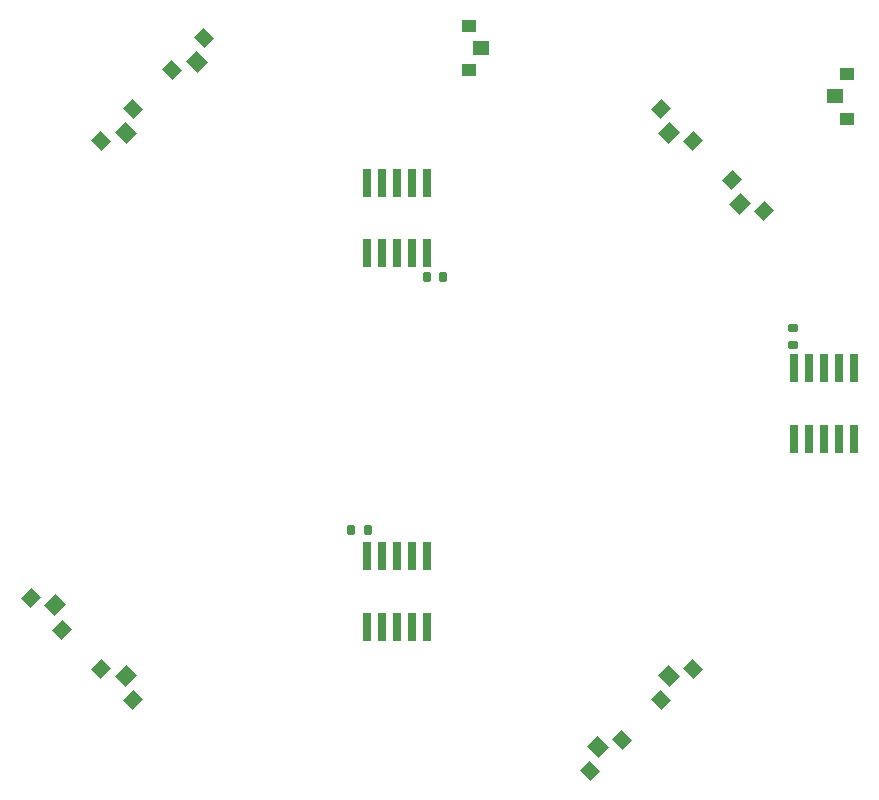
<source format=gbr>
%TF.GenerationSoftware,KiCad,Pcbnew,(6.0.2)*%
%TF.CreationDate,2022-09-07T19:19:14-04:00*%
%TF.ProjectId,plusz-end-card-with-turnstile-mezzanine,706c7573-7a2d-4656-9e64-2d636172642d,rev?*%
%TF.SameCoordinates,Original*%
%TF.FileFunction,Paste,Top*%
%TF.FilePolarity,Positive*%
%FSLAX46Y46*%
G04 Gerber Fmt 4.6, Leading zero omitted, Abs format (unit mm)*
G04 Created by KiCad (PCBNEW (6.0.2)) date 2022-09-07 19:19:14*
%MOMM*%
%LPD*%
G01*
G04 APERTURE LIST*
G04 Aperture macros list*
%AMRoundRect*
0 Rectangle with rounded corners*
0 $1 Rounding radius*
0 $2 $3 $4 $5 $6 $7 $8 $9 X,Y pos of 4 corners*
0 Add a 4 corners polygon primitive as box body*
4,1,4,$2,$3,$4,$5,$6,$7,$8,$9,$2,$3,0*
0 Add four circle primitives for the rounded corners*
1,1,$1+$1,$2,$3*
1,1,$1+$1,$4,$5*
1,1,$1+$1,$6,$7*
1,1,$1+$1,$8,$9*
0 Add four rect primitives between the rounded corners*
20,1,$1+$1,$2,$3,$4,$5,0*
20,1,$1+$1,$4,$5,$6,$7,0*
20,1,$1+$1,$6,$7,$8,$9,0*
20,1,$1+$1,$8,$9,$2,$3,0*%
%AMRotRect*
0 Rectangle, with rotation*
0 The origin of the aperture is its center*
0 $1 length*
0 $2 width*
0 $3 Rotation angle, in degrees counterclockwise*
0 Add horizontal line*
21,1,$1,$2,0,0,$3*%
G04 Aperture macros list end*
%ADD10RotRect,1.200000X1.400000X45.000000*%
%ADD11RotRect,1.200000X1.100000X135.000000*%
%ADD12R,1.400000X1.200000*%
%ADD13R,1.200000X1.100000*%
%ADD14RoundRect,0.150000X0.150000X0.300000X-0.150000X0.300000X-0.150000X-0.300000X0.150000X-0.300000X0*%
%ADD15RotRect,1.200000X1.400000X315.000000*%
%ADD16RotRect,1.200000X1.100000X45.000000*%
%ADD17R,0.762000X2.413000*%
%ADD18RotRect,1.200000X1.400000X135.000000*%
%ADD19RotRect,1.200000X1.100000X225.000000*%
%ADD20RoundRect,0.150000X-0.300000X0.150000X-0.300000X-0.150000X0.300000X-0.150000X0.300000X0.150000X0*%
%ADD21RotRect,1.200000X1.400000X225.000000*%
%ADD22RotRect,1.200000X1.100000X315.000000*%
%ADD23RoundRect,0.150000X-0.150000X-0.300000X0.150000X-0.300000X0.150000X0.300000X-0.150000X0.300000X0*%
G04 APERTURE END LIST*
D10*
%TO.C,J10*%
X130413235Y-73356982D03*
D11*
X128362625Y-73993378D03*
X131049631Y-71306372D03*
%TD*%
D12*
%TO.C,J1*%
X184501100Y-76253600D03*
D13*
X185501100Y-74353600D03*
X185501100Y-78153600D03*
%TD*%
D14*
%TO.C,R2*%
X151301100Y-91553600D03*
X149901100Y-91553600D03*
%TD*%
D15*
%TO.C,J2*%
X170393993Y-79360707D03*
D16*
X169757597Y-77310097D03*
X172444603Y-79997103D03*
%TD*%
D12*
%TO.C,J6*%
X154501100Y-72153600D03*
D13*
X153501100Y-74053600D03*
X153501100Y-70253600D03*
%TD*%
D10*
%TO.C,J3*%
X124408207Y-79360707D03*
D11*
X122357597Y-79997103D03*
X125044603Y-77310097D03*
%TD*%
D17*
%TO.C,U1*%
X186041100Y-99268600D03*
X184771100Y-99268600D03*
X183501100Y-99268600D03*
X182231100Y-99268600D03*
X180961100Y-99268600D03*
X180961100Y-105238600D03*
X182231100Y-105238600D03*
X183501100Y-105238600D03*
X184771100Y-105238600D03*
X186041100Y-105238600D03*
%TD*%
%TO.C,U2*%
X144861100Y-89538600D03*
X146131100Y-89538600D03*
X147401100Y-89538600D03*
X148671100Y-89538600D03*
X149941100Y-89538600D03*
X149941100Y-83568600D03*
X148671100Y-83568600D03*
X147401100Y-83568600D03*
X146131100Y-83568600D03*
X144861100Y-83568600D03*
%TD*%
D18*
%TO.C,J9*%
X118408207Y-119346493D03*
D19*
X119044603Y-121397103D03*
X116357597Y-118710097D03*
%TD*%
D18*
%TO.C,J5*%
X124408207Y-125346493D03*
D19*
X125044603Y-127397103D03*
X122357597Y-124710097D03*
%TD*%
D15*
%TO.C,J7*%
X176393993Y-85360707D03*
D16*
X175757597Y-83310097D03*
X178444603Y-85997103D03*
%TD*%
D17*
%TO.C,U3*%
X149941100Y-115168600D03*
X148671100Y-115168600D03*
X147401100Y-115168600D03*
X146131100Y-115168600D03*
X144861100Y-115168600D03*
X144861100Y-121138600D03*
X146131100Y-121138600D03*
X147401100Y-121138600D03*
X148671100Y-121138600D03*
X149941100Y-121138600D03*
%TD*%
D20*
%TO.C,R1*%
X180951100Y-95893600D03*
X180951100Y-97293600D03*
%TD*%
D21*
%TO.C,J4*%
X170393993Y-125346493D03*
D22*
X172444603Y-124710097D03*
X169757597Y-127397103D03*
%TD*%
D23*
%TO.C,R3*%
X143501100Y-112953600D03*
X144901100Y-112953600D03*
%TD*%
D21*
%TO.C,J8*%
X164393993Y-131346493D03*
D22*
X166444603Y-130710097D03*
X163757597Y-133397103D03*
%TD*%
M02*

</source>
